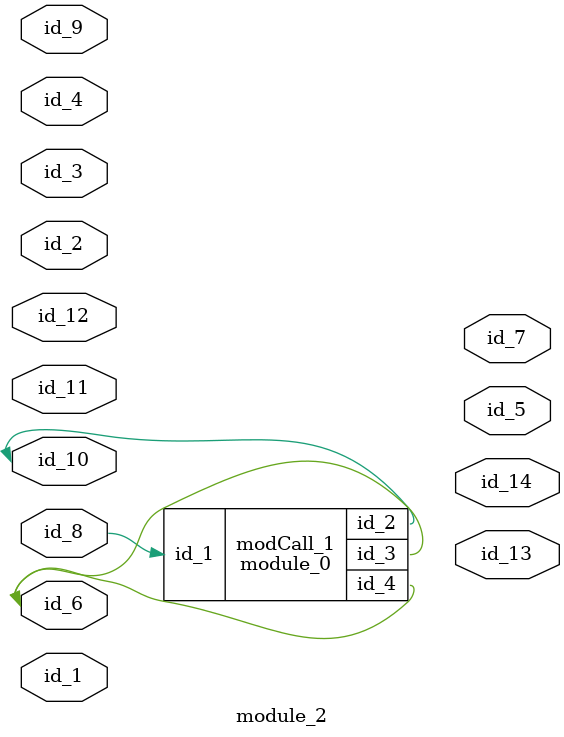
<source format=v>
module module_0 (
    id_1,
    id_2,
    id_3,
    id_4
);
  inout wire id_4;
  inout wire id_3;
  inout wire id_2;
  input wire id_1;
  wire id_5;
  assign id_3 = id_5;
endmodule
module module_1 ();
  wire id_1 = id_1;
  module_0 modCall_1 (
      id_1,
      id_1,
      id_1,
      id_1
  );
endmodule
module module_2 (
    id_1,
    id_2,
    id_3,
    id_4,
    id_5,
    id_6,
    id_7,
    id_8,
    id_9,
    id_10,
    id_11,
    id_12,
    id_13,
    id_14
);
  output wire id_14;
  output wire id_13;
  input wire id_12;
  input wire id_11;
  inout wire id_10;
  input wire id_9;
  input wire id_8;
  output wire id_7;
  inout wire id_6;
  output wire id_5;
  input wire id_4;
  input wire id_3;
  input wire id_2;
  input wire id_1;
  module_0 modCall_1 (
      id_8,
      id_10,
      id_6,
      id_6
  );
  wire id_15, id_16;
endmodule

</source>
